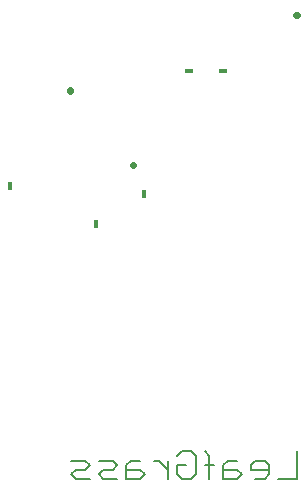
<source format=gbo>
G75*
G70*
%OFA0B0*%
%FSLAX24Y24*%
%IPPOS*%
%LPD*%
%AMOC8*
5,1,8,0,0,1.08239X$1,22.5*
%
%ADD10C,0.0080*%
%ADD11C,0.0220*%
%ADD12R,0.0180X0.0300*%
%ADD13R,0.0300X0.0180*%
D10*
X005907Y003652D02*
X006061Y003805D01*
X006368Y003805D01*
X006521Y003959D01*
X006368Y004112D01*
X005907Y004112D01*
X005907Y003652D02*
X006061Y003498D01*
X006521Y003498D01*
X006828Y003652D02*
X006981Y003805D01*
X007288Y003805D01*
X007442Y003959D01*
X007288Y004112D01*
X006828Y004112D01*
X006828Y003652D02*
X006981Y003498D01*
X007442Y003498D01*
X007749Y003498D02*
X007749Y003959D01*
X007902Y004112D01*
X008209Y004112D01*
X008209Y003805D02*
X007749Y003805D01*
X007749Y003498D02*
X008209Y003498D01*
X008362Y003652D01*
X008209Y003805D01*
X008669Y004112D02*
X008823Y004112D01*
X009130Y003805D01*
X009130Y003498D02*
X009130Y004112D01*
X009437Y003959D02*
X009437Y003652D01*
X009590Y003498D01*
X009897Y003498D01*
X010050Y003652D01*
X010050Y004266D01*
X009897Y004419D01*
X009590Y004419D01*
X009437Y004266D01*
X009437Y003959D02*
X009744Y003959D01*
X010357Y003959D02*
X010664Y003959D01*
X010511Y004266D02*
X010357Y004419D01*
X010511Y004266D02*
X010511Y003498D01*
X010971Y003498D02*
X010971Y003959D01*
X011125Y004112D01*
X011432Y004112D01*
X011432Y003805D02*
X010971Y003805D01*
X010971Y003498D02*
X011432Y003498D01*
X011585Y003652D01*
X011432Y003805D01*
X011892Y003805D02*
X012506Y003805D01*
X012506Y003652D02*
X012506Y003959D01*
X012352Y004112D01*
X012045Y004112D01*
X011892Y003959D01*
X011892Y003805D01*
X012045Y003498D02*
X012352Y003498D01*
X012506Y003652D01*
X012813Y003498D02*
X013427Y003498D01*
X013427Y004419D01*
D11*
X007979Y013958D02*
X007955Y013958D01*
X005867Y016446D02*
X005867Y016470D01*
X013405Y018958D02*
X013429Y018958D01*
D12*
X008317Y013008D03*
X006717Y012008D03*
X003867Y013258D03*
D13*
X009817Y017108D03*
X010967Y017108D03*
M02*

</source>
